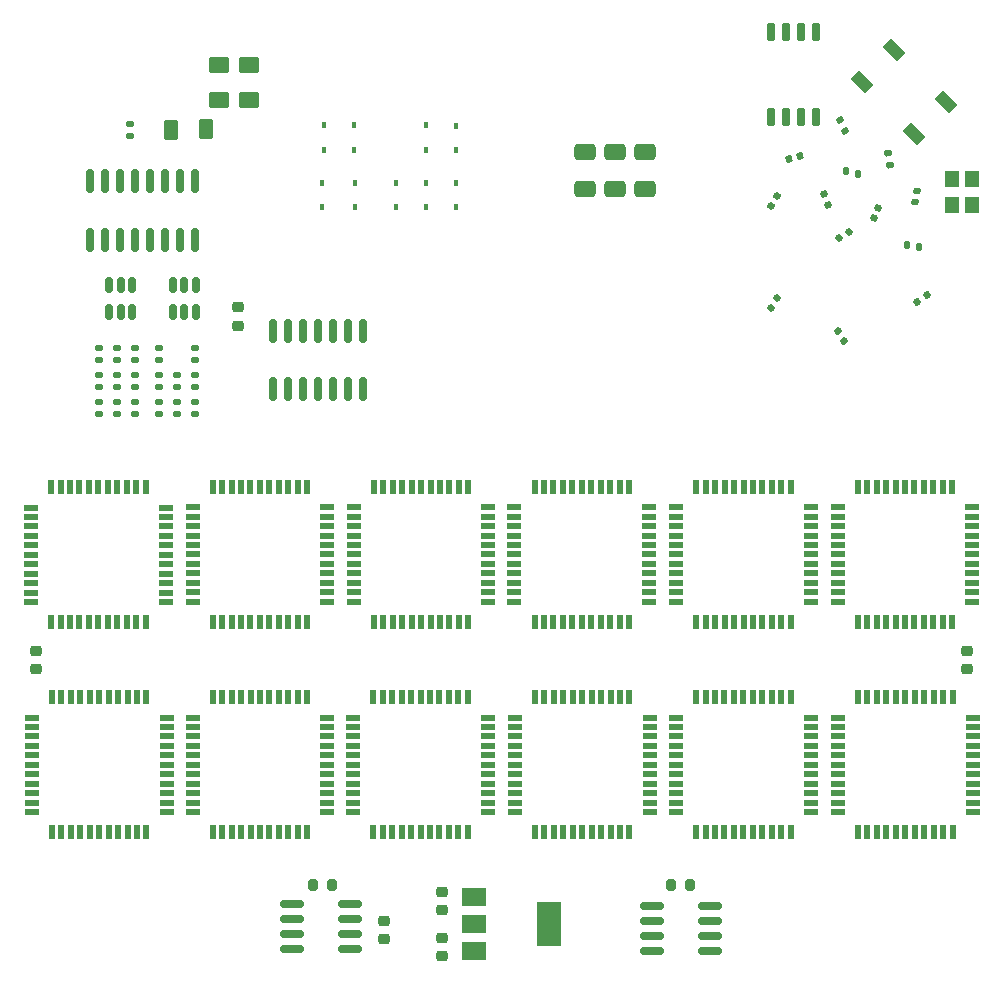
<source format=gbp>
G04 #@! TF.GenerationSoftware,KiCad,Pcbnew,(7.0.0-rc1-358-g86c12d35b4)*
G04 #@! TF.CreationDate,2023-05-18T21:24:16-07:00*
G04 #@! TF.ProjectId,Jumperless2,4a756d70-6572-46c6-9573-73322e6b6963,rev?*
G04 #@! TF.SameCoordinates,Original*
G04 #@! TF.FileFunction,Paste,Bot*
G04 #@! TF.FilePolarity,Positive*
%FSLAX46Y46*%
G04 Gerber Fmt 4.6, Leading zero omitted, Abs format (unit mm)*
G04 Created by KiCad (PCBNEW (7.0.0-rc1-358-g86c12d35b4)) date 2023-05-18 21:24:16*
%MOMM*%
%LPD*%
G01*
G04 APERTURE LIST*
G04 Aperture macros list*
%AMRoundRect*
0 Rectangle with rounded corners*
0 $1 Rounding radius*
0 $2 $3 $4 $5 $6 $7 $8 $9 X,Y pos of 4 corners*
0 Add a 4 corners polygon primitive as box body*
4,1,4,$2,$3,$4,$5,$6,$7,$8,$9,$2,$3,0*
0 Add four circle primitives for the rounded corners*
1,1,$1+$1,$2,$3*
1,1,$1+$1,$4,$5*
1,1,$1+$1,$6,$7*
1,1,$1+$1,$8,$9*
0 Add four rect primitives between the rounded corners*
20,1,$1+$1,$2,$3,$4,$5,0*
20,1,$1+$1,$4,$5,$6,$7,0*
20,1,$1+$1,$6,$7,$8,$9,0*
20,1,$1+$1,$8,$9,$2,$3,0*%
%AMRotRect*
0 Rectangle, with rotation*
0 The origin of the aperture is its center*
0 $1 length*
0 $2 width*
0 $3 Rotation angle, in degrees counterclockwise*
0 Add horizontal line*
21,1,$1,$2,0,0,$3*%
G04 Aperture macros list end*
%ADD10R,1.200000X0.500000*%
%ADD11R,0.500000X1.200000*%
%ADD12RoundRect,0.150000X0.150000X-0.512500X0.150000X0.512500X-0.150000X0.512500X-0.150000X-0.512500X0*%
%ADD13RoundRect,0.140000X0.058955X-0.212189X0.219557X0.017173X-0.058955X0.212189X-0.219557X-0.017173X0*%
%ADD14RoundRect,0.250001X0.624999X-0.462499X0.624999X0.462499X-0.624999X0.462499X-0.624999X-0.462499X0*%
%ADD15RoundRect,0.250000X0.650000X-0.412500X0.650000X0.412500X-0.650000X0.412500X-0.650000X-0.412500X0*%
%ADD16RoundRect,0.135000X0.185000X-0.135000X0.185000X0.135000X-0.185000X0.135000X-0.185000X-0.135000X0*%
%ADD17R,0.450000X0.600000*%
%ADD18RoundRect,0.135000X-0.185000X0.135000X-0.185000X-0.135000X0.185000X-0.135000X0.185000X0.135000X0*%
%ADD19RoundRect,0.200000X-0.200000X-0.275000X0.200000X-0.275000X0.200000X0.275000X-0.200000X0.275000X0*%
%ADD20RoundRect,0.233680X0.350520X0.652320X-0.350520X0.652320X-0.350520X-0.652320X0.350520X-0.652320X0*%
%ADD21RoundRect,0.140000X0.143107X-0.167393X0.191728X0.108353X-0.143107X0.167393X-0.191728X-0.108353X0*%
%ADD22RotRect,1.700000X1.000000X135.000000*%
%ADD23RoundRect,0.225000X-0.250000X0.225000X-0.250000X-0.225000X0.250000X-0.225000X0.250000X0.225000X0*%
%ADD24RoundRect,0.135000X-0.205632X0.100824X-0.158747X-0.165074X0.205632X-0.100824X0.158747X0.165074X0*%
%ADD25RoundRect,0.140000X-0.017173X-0.219557X0.212189X-0.058955X0.017173X0.219557X-0.212189X0.058955X0*%
%ADD26RoundRect,0.225000X0.250000X-0.225000X0.250000X0.225000X-0.250000X0.225000X-0.250000X-0.225000X0*%
%ADD27R,1.200000X1.400000*%
%ADD28RoundRect,0.150000X-0.150000X0.825000X-0.150000X-0.825000X0.150000X-0.825000X0.150000X0.825000X0*%
%ADD29RoundRect,0.140000X0.099887X0.196272X-0.173476X0.135669X-0.099887X-0.196272X0.173476X-0.135669X0*%
%ADD30RoundRect,0.150000X-0.150000X0.650000X-0.150000X-0.650000X0.150000X-0.650000X0.150000X0.650000X0*%
%ADD31RoundRect,0.140000X0.207631X-0.073414X0.111865X0.189700X-0.207631X0.073414X-0.111865X-0.189700X0*%
%ADD32RoundRect,0.135000X-0.157992X-0.165796X0.109698X-0.201038X0.157992X0.165796X-0.109698X0.201038X0*%
%ADD33RoundRect,0.150000X0.825000X0.150000X-0.825000X0.150000X-0.825000X-0.150000X0.825000X-0.150000X0*%
%ADD34RoundRect,0.140000X-0.068155X0.209416X-0.218598X-0.026734X0.068155X-0.209416X0.218598X0.026734X0*%
%ADD35RoundRect,0.135000X0.224720X-0.044167X0.110613X0.200536X-0.224720X0.044167X-0.110613X-0.200536X0*%
%ADD36RoundRect,0.140000X-0.217224X0.036244X-0.077224X-0.206244X0.217224X-0.036244X0.077224X0.206244X0*%
%ADD37R,2.000000X1.500000*%
%ADD38R,2.000000X3.800000*%
%ADD39RoundRect,0.135000X-0.171841X-0.151395X0.091759X-0.209834X0.171841X0.151395X-0.091759X0.209834X0*%
%ADD40RoundRect,0.140000X-0.111865X0.189700X-0.207631X-0.073414X0.111865X-0.189700X0.207631X0.073414X0*%
%ADD41RoundRect,0.250000X-0.650000X0.412500X-0.650000X-0.412500X0.650000X-0.412500X0.650000X0.412500X0*%
%ADD42RoundRect,0.140000X0.026734X0.218598X-0.209416X0.068155X-0.026734X-0.218598X0.209416X-0.068155X0*%
G04 APERTURE END LIST*
D10*
X88427999Y-147091599D03*
X88427999Y-147891599D03*
X88427999Y-148691599D03*
X88427999Y-149491599D03*
X88427999Y-150291599D03*
X88427999Y-151091599D03*
X88427999Y-151891599D03*
X88427999Y-152691599D03*
X88427999Y-153491599D03*
X88427999Y-154291599D03*
X88427999Y-155091599D03*
D11*
X86727999Y-156791599D03*
X85927999Y-156791599D03*
X85127999Y-156791599D03*
X84327999Y-156791599D03*
X83527999Y-156791599D03*
X82727999Y-156791599D03*
X81927999Y-156791599D03*
X81127999Y-156791599D03*
X80327999Y-156791599D03*
X79527999Y-156791599D03*
X78727999Y-156791599D03*
D10*
X77027999Y-155091599D03*
X77027999Y-154291599D03*
X77027999Y-153491599D03*
X77027999Y-152691599D03*
X77027999Y-151891599D03*
X77027999Y-151091599D03*
X77027999Y-150291599D03*
X77027999Y-149491599D03*
X77027999Y-148691599D03*
X77027999Y-147891599D03*
X77027999Y-147091599D03*
D11*
X78727999Y-145391599D03*
X79527999Y-145391599D03*
X80327999Y-145391599D03*
X81127999Y-145391599D03*
X81927999Y-145391599D03*
X82727999Y-145391599D03*
X83527999Y-145391599D03*
X84327999Y-145391599D03*
X85127999Y-145391599D03*
X85927999Y-145391599D03*
X86727999Y-145391599D03*
D12*
X50033200Y-130556000D03*
X49083200Y-130556000D03*
X48133200Y-130556000D03*
X48133200Y-128281000D03*
X49083200Y-128281000D03*
X50033200Y-128281000D03*
D13*
X98708683Y-121551193D03*
X99259317Y-120764807D03*
D14*
X51994000Y-112612500D03*
X51994000Y-109637500D03*
D15*
X82982000Y-120142000D03*
X82982000Y-117017000D03*
D16*
X48438000Y-136906000D03*
X48438000Y-135886000D03*
D17*
X69519999Y-116839999D03*
X69519999Y-114739999D03*
D18*
X43358000Y-138172000D03*
X43358000Y-139192000D03*
D17*
X63550999Y-121699999D03*
X63550999Y-119599999D03*
D10*
X61185999Y-164894999D03*
X61185999Y-165694999D03*
X61185999Y-166494999D03*
X61185999Y-167294999D03*
X61185999Y-168094999D03*
X61185999Y-168894999D03*
X61185999Y-169694999D03*
X61185999Y-170494999D03*
X61185999Y-171294999D03*
X61185999Y-172094999D03*
X61185999Y-172894999D03*
D11*
X59485999Y-174594999D03*
X58685999Y-174594999D03*
X57885999Y-174594999D03*
X57085999Y-174594999D03*
X56285999Y-174594999D03*
X55485999Y-174594999D03*
X54685999Y-174594999D03*
X53885999Y-174594999D03*
X53085999Y-174594999D03*
X52285999Y-174594999D03*
X51485999Y-174594999D03*
D10*
X49785999Y-172894999D03*
X49785999Y-172094999D03*
X49785999Y-171294999D03*
X49785999Y-170494999D03*
X49785999Y-169694999D03*
X49785999Y-168894999D03*
X49785999Y-168094999D03*
X49785999Y-167294999D03*
X49785999Y-166494999D03*
X49785999Y-165694999D03*
X49785999Y-164894999D03*
D11*
X51485999Y-163194999D03*
X52285999Y-163194999D03*
X53085999Y-163194999D03*
X53885999Y-163194999D03*
X54685999Y-163194999D03*
X55485999Y-163194999D03*
X56285999Y-163194999D03*
X57085999Y-163194999D03*
X57885999Y-163194999D03*
X58685999Y-163194999D03*
X59485999Y-163194999D03*
D19*
X90285000Y-179070000D03*
X91935000Y-179070000D03*
D16*
X49962000Y-134620000D03*
X49962000Y-133600000D03*
D18*
X44882000Y-135884000D03*
X44882000Y-136904000D03*
X44882000Y-138172000D03*
X44882000Y-139192000D03*
D20*
X50952600Y-115109800D03*
X47930000Y-115120800D03*
D21*
X110965649Y-121249708D03*
X111132351Y-120304292D03*
D18*
X41834000Y-138172000D03*
X41834000Y-139192000D03*
D10*
X74823999Y-147091599D03*
X74823999Y-147891599D03*
X74823999Y-148691599D03*
X74823999Y-149491599D03*
X74823999Y-150291599D03*
X74823999Y-151091599D03*
X74823999Y-151891599D03*
X74823999Y-152691599D03*
X74823999Y-153491599D03*
X74823999Y-154291599D03*
X74823999Y-155091599D03*
D11*
X73123999Y-156791599D03*
X72323999Y-156791599D03*
X71523999Y-156791599D03*
X70723999Y-156791599D03*
X69923999Y-156791599D03*
X69123999Y-156791599D03*
X68323999Y-156791599D03*
X67523999Y-156791599D03*
X66723999Y-156791599D03*
X65923999Y-156791599D03*
X65123999Y-156791599D03*
D10*
X63423999Y-155091599D03*
X63423999Y-154291599D03*
X63423999Y-153491599D03*
X63423999Y-152691599D03*
X63423999Y-151891599D03*
X63423999Y-151091599D03*
X63423999Y-150291599D03*
X63423999Y-149491599D03*
X63423999Y-148691599D03*
X63423999Y-147891599D03*
X63423999Y-147091599D03*
D11*
X65123999Y-145391599D03*
X65923999Y-145391599D03*
X66723999Y-145391599D03*
X67523999Y-145391599D03*
X68323999Y-145391599D03*
X69123999Y-145391599D03*
X69923999Y-145391599D03*
X70723999Y-145391599D03*
X71523999Y-145391599D03*
X72323999Y-145391599D03*
X73123999Y-145391599D03*
D19*
X59932000Y-179070000D03*
X61582000Y-179070000D03*
D16*
X46914000Y-139192000D03*
X46914000Y-138172000D03*
D22*
X113578488Y-112821682D03*
X109123716Y-108366910D03*
X110891482Y-115508688D03*
X106436710Y-111053916D03*
D18*
X41834000Y-135886000D03*
X41834000Y-136906000D03*
D10*
X115795999Y-147089599D03*
X115795999Y-147889599D03*
X115795999Y-148689599D03*
X115795999Y-149489599D03*
X115795999Y-150289599D03*
X115795999Y-151089599D03*
X115795999Y-151889599D03*
X115795999Y-152689599D03*
X115795999Y-153489599D03*
X115795999Y-154289599D03*
X115795999Y-155089599D03*
D11*
X114095999Y-156789599D03*
X113295999Y-156789599D03*
X112495999Y-156789599D03*
X111695999Y-156789599D03*
X110895999Y-156789599D03*
X110095999Y-156789599D03*
X109295999Y-156789599D03*
X108495999Y-156789599D03*
X107695999Y-156789599D03*
X106895999Y-156789599D03*
X106095999Y-156789599D03*
D10*
X104395999Y-155089599D03*
X104395999Y-154289599D03*
X104395999Y-153489599D03*
X104395999Y-152689599D03*
X104395999Y-151889599D03*
X104395999Y-151089599D03*
X104395999Y-150289599D03*
X104395999Y-149489599D03*
X104395999Y-148689599D03*
X104395999Y-147889599D03*
X104395999Y-147089599D03*
D11*
X106095999Y-145389599D03*
X106895999Y-145389599D03*
X107695999Y-145389599D03*
X108495999Y-145389599D03*
X109295999Y-145389599D03*
X110095999Y-145389599D03*
X110895999Y-145389599D03*
X111695999Y-145389599D03*
X112495999Y-145389599D03*
X113295999Y-145389599D03*
X114095999Y-145389599D03*
D12*
X44628000Y-130556000D03*
X43678000Y-130556000D03*
X42728000Y-130556000D03*
X42728000Y-128281000D03*
X43678000Y-128281000D03*
X44628000Y-128281000D03*
D23*
X70917000Y-183555000D03*
X70917000Y-185105000D03*
D24*
X108674439Y-117099748D03*
X108851561Y-118104252D03*
D16*
X44501000Y-115622800D03*
X44501000Y-114602800D03*
D25*
X111151614Y-129709634D03*
X111938000Y-129159000D03*
D17*
X72059999Y-119599999D03*
X72059999Y-121699999D03*
D26*
X53645000Y-131712000D03*
X53645000Y-130162000D03*
D27*
X114096999Y-121538999D03*
X114096999Y-119338999D03*
X115796999Y-119338999D03*
X115796999Y-121538999D03*
D28*
X56566000Y-132145000D03*
X57836000Y-132145000D03*
X59106000Y-132145000D03*
X60376000Y-132145000D03*
X61646000Y-132145000D03*
X62916000Y-132145000D03*
X64186000Y-132145000D03*
X64186000Y-137095000D03*
X62916000Y-137095000D03*
X61646000Y-137095000D03*
X60376000Y-137095000D03*
X59106000Y-137095000D03*
X57836000Y-137095000D03*
X56566000Y-137095000D03*
D17*
X72059999Y-114773999D03*
X72059999Y-116873999D03*
D28*
X41072000Y-124460000D03*
X42342000Y-124460000D03*
X43612000Y-124460000D03*
X44882000Y-124460000D03*
X46152000Y-124460000D03*
X47422000Y-124460000D03*
X48692000Y-124460000D03*
X49962000Y-124460000D03*
X49962000Y-119510000D03*
X48692000Y-119510000D03*
X47422000Y-119510000D03*
X46152000Y-119510000D03*
X44882000Y-119510000D03*
X43612000Y-119510000D03*
X42342000Y-119510000D03*
X41072000Y-119510000D03*
D29*
X101230622Y-117371109D03*
X100293378Y-117578891D03*
D10*
X74775999Y-164894999D03*
X74775999Y-165694999D03*
X74775999Y-166494999D03*
X74775999Y-167294999D03*
X74775999Y-168094999D03*
X74775999Y-168894999D03*
X74775999Y-169694999D03*
X74775999Y-170494999D03*
X74775999Y-171294999D03*
X74775999Y-172094999D03*
X74775999Y-172894999D03*
D11*
X73075999Y-174594999D03*
X72275999Y-174594999D03*
X71475999Y-174594999D03*
X70675999Y-174594999D03*
X69875999Y-174594999D03*
X69075999Y-174594999D03*
X68275999Y-174594999D03*
X67475999Y-174594999D03*
X66675999Y-174594999D03*
X65875999Y-174594999D03*
X65075999Y-174594999D03*
D10*
X63375999Y-172894999D03*
X63375999Y-172094999D03*
X63375999Y-171294999D03*
X63375999Y-170494999D03*
X63375999Y-169694999D03*
X63375999Y-168894999D03*
X63375999Y-168094999D03*
X63375999Y-167294999D03*
X63375999Y-166494999D03*
X63375999Y-165694999D03*
X63375999Y-164894999D03*
D11*
X65075999Y-163194999D03*
X65875999Y-163194999D03*
X66675999Y-163194999D03*
X67475999Y-163194999D03*
X68275999Y-163194999D03*
X69075999Y-163194999D03*
X69875999Y-163194999D03*
X70675999Y-163194999D03*
X71475999Y-163194999D03*
X72275999Y-163194999D03*
X73075999Y-163194999D03*
D16*
X48438000Y-139192000D03*
X48438000Y-138172000D03*
D18*
X43358000Y-133600000D03*
X43358000Y-134620000D03*
D16*
X49962000Y-136906000D03*
X49962000Y-135886000D03*
D10*
X47496399Y-147119599D03*
X47496399Y-147919599D03*
X47496399Y-148719599D03*
X47496399Y-149519599D03*
X47496399Y-150319599D03*
X47496399Y-151119599D03*
X47496399Y-151919599D03*
X47496399Y-152719599D03*
X47496399Y-153519599D03*
X47496399Y-154319599D03*
X47496399Y-155119599D03*
D11*
X45796399Y-156819599D03*
X44996399Y-156819599D03*
X44196399Y-156819599D03*
X43396399Y-156819599D03*
X42596399Y-156819599D03*
X41796399Y-156819599D03*
X40996399Y-156819599D03*
X40196399Y-156819599D03*
X39396399Y-156819599D03*
X38596399Y-156819599D03*
X37796399Y-156819599D03*
D10*
X36096399Y-155119599D03*
X36096399Y-154319599D03*
X36096399Y-153519599D03*
X36096399Y-152719599D03*
X36096399Y-151919599D03*
X36096399Y-151119599D03*
X36096399Y-150319599D03*
X36096399Y-149519599D03*
X36096399Y-148719599D03*
X36096399Y-147919599D03*
X36096399Y-147119599D03*
D11*
X37796399Y-145419599D03*
X38596399Y-145419599D03*
X39396399Y-145419599D03*
X40196399Y-145419599D03*
X40996399Y-145419599D03*
X41796399Y-145419599D03*
X42596399Y-145419599D03*
X43396399Y-145419599D03*
X44196399Y-145419599D03*
X44996399Y-145419599D03*
X45796399Y-145419599D03*
D15*
X85522000Y-120142000D03*
X85522000Y-117017000D03*
D30*
X98730000Y-106890000D03*
X100000000Y-106890000D03*
X101270000Y-106890000D03*
X102540000Y-106890000D03*
X102540000Y-114090000D03*
X101270000Y-114090000D03*
X100000000Y-114090000D03*
X98730000Y-114090000D03*
D31*
X103593170Y-121482052D03*
X103264830Y-120579948D03*
D10*
X102105999Y-164894999D03*
X102105999Y-165694999D03*
X102105999Y-166494999D03*
X102105999Y-167294999D03*
X102105999Y-168094999D03*
X102105999Y-168894999D03*
X102105999Y-169694999D03*
X102105999Y-170494999D03*
X102105999Y-171294999D03*
X102105999Y-172094999D03*
X102105999Y-172894999D03*
D11*
X100405999Y-174594999D03*
X99605999Y-174594999D03*
X98805999Y-174594999D03*
X98005999Y-174594999D03*
X97205999Y-174594999D03*
X96405999Y-174594999D03*
X95605999Y-174594999D03*
X94805999Y-174594999D03*
X94005999Y-174594999D03*
X93205999Y-174594999D03*
X92405999Y-174594999D03*
D10*
X90705999Y-172894999D03*
X90705999Y-172094999D03*
X90705999Y-171294999D03*
X90705999Y-170494999D03*
X90705999Y-169694999D03*
X90705999Y-168894999D03*
X90705999Y-168094999D03*
X90705999Y-167294999D03*
X90705999Y-166494999D03*
X90705999Y-165694999D03*
X90705999Y-164894999D03*
D11*
X92405999Y-163194999D03*
X93205999Y-163194999D03*
X94005999Y-163194999D03*
X94805999Y-163194999D03*
X95605999Y-163194999D03*
X96405999Y-163194999D03*
X97205999Y-163194999D03*
X98005999Y-163194999D03*
X98805999Y-163194999D03*
X99605999Y-163194999D03*
X100405999Y-163194999D03*
D32*
X110289363Y-124901432D03*
X111300637Y-125034568D03*
D18*
X43358000Y-135886000D03*
X43358000Y-136906000D03*
D23*
X115367000Y-159258000D03*
X115367000Y-160808000D03*
D10*
X61173599Y-147091599D03*
X61173599Y-147891599D03*
X61173599Y-148691599D03*
X61173599Y-149491599D03*
X61173599Y-150291599D03*
X61173599Y-151091599D03*
X61173599Y-151891599D03*
X61173599Y-152691599D03*
X61173599Y-153491599D03*
X61173599Y-154291599D03*
X61173599Y-155091599D03*
D11*
X59473599Y-156791599D03*
X58673599Y-156791599D03*
X57873599Y-156791599D03*
X57073599Y-156791599D03*
X56273599Y-156791599D03*
X55473599Y-156791599D03*
X54673599Y-156791599D03*
X53873599Y-156791599D03*
X53073599Y-156791599D03*
X52273599Y-156791599D03*
X51473599Y-156791599D03*
D10*
X49773599Y-155091599D03*
X49773599Y-154291599D03*
X49773599Y-153491599D03*
X49773599Y-152691599D03*
X49773599Y-151891599D03*
X49773599Y-151091599D03*
X49773599Y-150291599D03*
X49773599Y-149491599D03*
X49773599Y-148691599D03*
X49773599Y-147891599D03*
X49773599Y-147091599D03*
D11*
X51473599Y-145391599D03*
X52273599Y-145391599D03*
X53073599Y-145391599D03*
X53873599Y-145391599D03*
X54673599Y-145391599D03*
X55473599Y-145391599D03*
X56273599Y-145391599D03*
X57073599Y-145391599D03*
X57873599Y-145391599D03*
X58673599Y-145391599D03*
X59473599Y-145391599D03*
D10*
X47571999Y-164894999D03*
X47571999Y-165694999D03*
X47571999Y-166494999D03*
X47571999Y-167294999D03*
X47571999Y-168094999D03*
X47571999Y-168894999D03*
X47571999Y-169694999D03*
X47571999Y-170494999D03*
X47571999Y-171294999D03*
X47571999Y-172094999D03*
X47571999Y-172894999D03*
D11*
X45871999Y-174594999D03*
X45071999Y-174594999D03*
X44271999Y-174594999D03*
X43471999Y-174594999D03*
X42671999Y-174594999D03*
X41871999Y-174594999D03*
X41071999Y-174594999D03*
X40271999Y-174594999D03*
X39471999Y-174594999D03*
X38671999Y-174594999D03*
X37871999Y-174594999D03*
D10*
X36171999Y-172894999D03*
X36171999Y-172094999D03*
X36171999Y-171294999D03*
X36171999Y-170494999D03*
X36171999Y-169694999D03*
X36171999Y-168894999D03*
X36171999Y-168094999D03*
X36171999Y-167294999D03*
X36171999Y-166494999D03*
X36171999Y-165694999D03*
X36171999Y-164894999D03*
D11*
X37871999Y-163194999D03*
X38671999Y-163194999D03*
X39471999Y-163194999D03*
X40271999Y-163194999D03*
X41071999Y-163194999D03*
X41871999Y-163194999D03*
X42671999Y-163194999D03*
X43471999Y-163194999D03*
X44271999Y-163194999D03*
X45071999Y-163194999D03*
X45871999Y-163194999D03*
D17*
X66979999Y-119599999D03*
X66979999Y-121699999D03*
D33*
X93585000Y-180848000D03*
X93585000Y-182118000D03*
X93585000Y-183388000D03*
X93585000Y-184658000D03*
X88635000Y-184658000D03*
X88635000Y-183388000D03*
X88635000Y-182118000D03*
X88635000Y-180848000D03*
D10*
X115819599Y-164894999D03*
X115819599Y-165694999D03*
X115819599Y-166494999D03*
X115819599Y-167294999D03*
X115819599Y-168094999D03*
X115819599Y-168894999D03*
X115819599Y-169694999D03*
X115819599Y-170494999D03*
X115819599Y-171294999D03*
X115819599Y-172094999D03*
X115819599Y-172894999D03*
D11*
X114119599Y-174594999D03*
X113319599Y-174594999D03*
X112519599Y-174594999D03*
X111719599Y-174594999D03*
X110919599Y-174594999D03*
X110119599Y-174594999D03*
X109319599Y-174594999D03*
X108519599Y-174594999D03*
X107719599Y-174594999D03*
X106919599Y-174594999D03*
X106119599Y-174594999D03*
D10*
X104419599Y-172894999D03*
X104419599Y-172094999D03*
X104419599Y-171294999D03*
X104419599Y-170494999D03*
X104419599Y-169694999D03*
X104419599Y-168894999D03*
X104419599Y-168094999D03*
X104419599Y-167294999D03*
X104419599Y-166494999D03*
X104419599Y-165694999D03*
X104419599Y-164894999D03*
D11*
X106119599Y-163194999D03*
X106919599Y-163194999D03*
X107719599Y-163194999D03*
X108519599Y-163194999D03*
X109319599Y-163194999D03*
X110119599Y-163194999D03*
X110919599Y-163194999D03*
X111719599Y-163194999D03*
X112519599Y-163194999D03*
X113319599Y-163194999D03*
X114119599Y-163194999D03*
D18*
X46914000Y-133600000D03*
X46914000Y-134620000D03*
D34*
X99241904Y-129389172D03*
X98726096Y-130198828D03*
D35*
X105041535Y-115270217D03*
X104610465Y-114345783D03*
D36*
X104459000Y-132172308D03*
X104939000Y-133003692D03*
D23*
X70917000Y-179679000D03*
X70917000Y-181229000D03*
D16*
X46914000Y-136906000D03*
X46914000Y-135886000D03*
D37*
X73633999Y-184671999D03*
X73633999Y-182371999D03*
D38*
X79933999Y-182371999D03*
D37*
X73633999Y-180071999D03*
D17*
X69519999Y-121699999D03*
X69519999Y-119599999D03*
D26*
X65964000Y-183655000D03*
X65964000Y-182105000D03*
D39*
X105090089Y-118634616D03*
X106085911Y-118855384D03*
D17*
X63423999Y-114739999D03*
X63423999Y-116839999D03*
D18*
X44882000Y-133598000D03*
X44882000Y-134618000D03*
D17*
X60756999Y-119599999D03*
X60756999Y-121699999D03*
D18*
X41834000Y-133600000D03*
X41834000Y-134620000D03*
D14*
X54534000Y-112612500D03*
X54534000Y-109637500D03*
D10*
X102128999Y-147089599D03*
X102128999Y-147889599D03*
X102128999Y-148689599D03*
X102128999Y-149489599D03*
X102128999Y-150289599D03*
X102128999Y-151089599D03*
X102128999Y-151889599D03*
X102128999Y-152689599D03*
X102128999Y-153489599D03*
X102128999Y-154289599D03*
X102128999Y-155089599D03*
D11*
X100428999Y-156789599D03*
X99628999Y-156789599D03*
X98828999Y-156789599D03*
X98028999Y-156789599D03*
X97228999Y-156789599D03*
X96428999Y-156789599D03*
X95628999Y-156789599D03*
X94828999Y-156789599D03*
X94028999Y-156789599D03*
X93228999Y-156789599D03*
X92428999Y-156789599D03*
D10*
X90728999Y-155089599D03*
X90728999Y-154289599D03*
X90728999Y-153489599D03*
X90728999Y-152689599D03*
X90728999Y-151889599D03*
X90728999Y-151089599D03*
X90728999Y-150289599D03*
X90728999Y-149489599D03*
X90728999Y-148689599D03*
X90728999Y-147889599D03*
X90728999Y-147089599D03*
D11*
X92428999Y-145389599D03*
X93228999Y-145389599D03*
X94028999Y-145389599D03*
X94828999Y-145389599D03*
X95628999Y-145389599D03*
X96428999Y-145389599D03*
X97228999Y-145389599D03*
X98028999Y-145389599D03*
X98828999Y-145389599D03*
X99628999Y-145389599D03*
X100428999Y-145389599D03*
D40*
X107784170Y-121722948D03*
X107455830Y-122625052D03*
D41*
X88062000Y-117017000D03*
X88062000Y-120142000D03*
D17*
X60883999Y-116839999D03*
X60883999Y-114739999D03*
D10*
X88465999Y-164894999D03*
X88465999Y-165694999D03*
X88465999Y-166494999D03*
X88465999Y-167294999D03*
X88465999Y-168094999D03*
X88465999Y-168894999D03*
X88465999Y-169694999D03*
X88465999Y-170494999D03*
X88465999Y-171294999D03*
X88465999Y-172094999D03*
X88465999Y-172894999D03*
D11*
X86765999Y-174594999D03*
X85965999Y-174594999D03*
X85165999Y-174594999D03*
X84365999Y-174594999D03*
X83565999Y-174594999D03*
X82765999Y-174594999D03*
X81965999Y-174594999D03*
X81165999Y-174594999D03*
X80365999Y-174594999D03*
X79565999Y-174594999D03*
X78765999Y-174594999D03*
D10*
X77065999Y-172894999D03*
X77065999Y-172094999D03*
X77065999Y-171294999D03*
X77065999Y-170494999D03*
X77065999Y-169694999D03*
X77065999Y-168894999D03*
X77065999Y-168094999D03*
X77065999Y-167294999D03*
X77065999Y-166494999D03*
X77065999Y-165694999D03*
X77065999Y-164894999D03*
D11*
X78765999Y-163194999D03*
X79565999Y-163194999D03*
X80365999Y-163194999D03*
X81165999Y-163194999D03*
X81965999Y-163194999D03*
X82765999Y-163194999D03*
X83565999Y-163194999D03*
X84365999Y-163194999D03*
X85165999Y-163194999D03*
X85965999Y-163194999D03*
X86765999Y-163194999D03*
D42*
X105357828Y-123821096D03*
X104548172Y-124336904D03*
D16*
X49962000Y-139192000D03*
X49962000Y-138172000D03*
D26*
X36500000Y-160795000D03*
X36500000Y-159245000D03*
D33*
X63105000Y-180721000D03*
X63105000Y-181991000D03*
X63105000Y-183261000D03*
X63105000Y-184531000D03*
X58155000Y-184531000D03*
X58155000Y-183261000D03*
X58155000Y-181991000D03*
X58155000Y-180721000D03*
M02*

</source>
